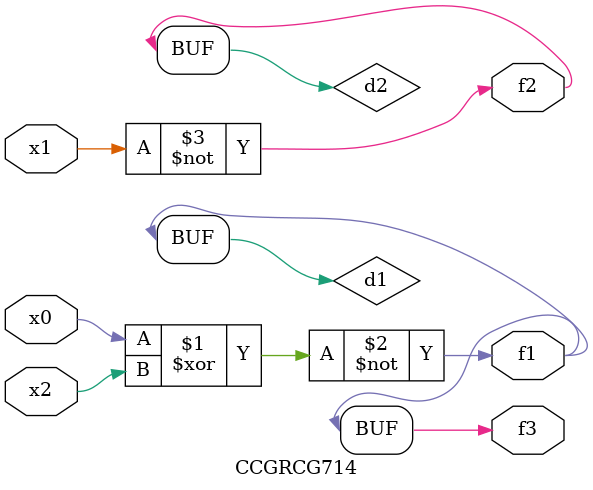
<source format=v>
module CCGRCG714(
	input x0, x1, x2,
	output f1, f2, f3
);

	wire d1, d2, d3;

	xnor (d1, x0, x2);
	nand (d2, x1);
	nor (d3, x1, x2);
	assign f1 = d1;
	assign f2 = d2;
	assign f3 = d1;
endmodule

</source>
